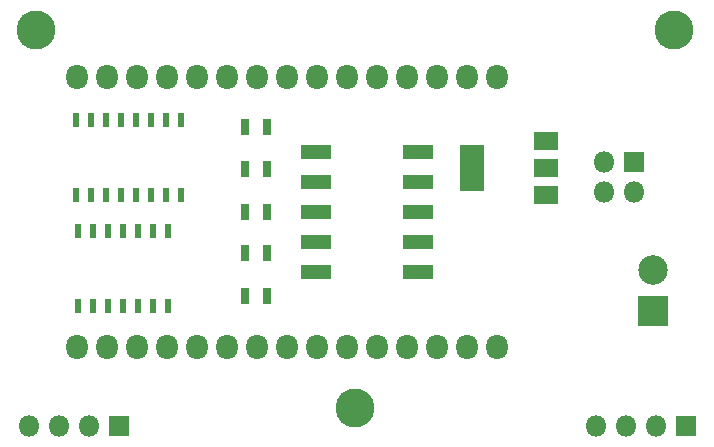
<source format=gts>
G04 #@! TF.FileFunction,Soldermask,Top*
%FSLAX46Y46*%
G04 Gerber Fmt 4.6, Leading zero omitted, Abs format (unit mm)*
G04 Created by KiCad (PCBNEW 4.0.6) date Thu Jun 20 17:07:18 2019*
%MOMM*%
%LPD*%
G01*
G04 APERTURE LIST*
%ADD10C,0.100000*%
%ADD11C,3.301600*%
%ADD12O,1.828800X2.133600*%
%ADD13C,2.501600*%
%ADD14R,2.501600X2.501600*%
%ADD15R,1.801600X1.801600*%
%ADD16O,1.801600X1.801600*%
%ADD17R,0.801600X1.401600*%
%ADD18R,2.541600X1.221600*%
%ADD19R,2.101600X3.901600*%
%ADD20R,2.101600X1.601600*%
%ADD21R,0.609600X1.244600*%
G04 APERTURE END LIST*
D10*
D11*
X130000000Y-90000000D03*
D12*
X142000000Y-62000000D03*
X139460000Y-62000000D03*
X136920000Y-62000000D03*
X134380000Y-62000000D03*
X131840000Y-62000000D03*
X129300000Y-62000000D03*
X126760000Y-62000000D03*
X124220000Y-62000000D03*
X121680000Y-62000000D03*
X119140000Y-62000000D03*
X116600000Y-62000000D03*
X114060000Y-62000000D03*
X111520000Y-62000000D03*
X108980000Y-62000000D03*
X106440000Y-62000000D03*
X142000000Y-84860000D03*
X111520000Y-84860000D03*
X108980000Y-84860000D03*
X114060000Y-84860000D03*
X129300000Y-84860000D03*
X131840000Y-84860000D03*
X126760000Y-84860000D03*
X106440000Y-84860000D03*
X121680000Y-84860000D03*
X124220000Y-84860000D03*
X119140000Y-84860000D03*
X116600000Y-84860000D03*
X136920000Y-84860000D03*
X134380000Y-84860000D03*
X139460000Y-84860000D03*
D11*
X157000000Y-58000000D03*
D13*
X155200000Y-78300000D03*
D14*
X155200000Y-81800000D03*
D15*
X153600000Y-69200000D03*
D16*
X153600000Y-71740000D03*
X151060000Y-69200000D03*
X151060000Y-71740000D03*
D15*
X110000000Y-91500000D03*
D16*
X107460000Y-91500000D03*
X104920000Y-91500000D03*
X102380000Y-91500000D03*
D15*
X158000000Y-91500000D03*
D16*
X155460000Y-91500000D03*
X152920000Y-91500000D03*
X150380000Y-91500000D03*
D17*
X122550000Y-66200000D03*
X120650000Y-66200000D03*
X122550000Y-69800000D03*
X120650000Y-69800000D03*
X122550000Y-73400000D03*
X120650000Y-73400000D03*
X122550000Y-76900000D03*
X120650000Y-76900000D03*
X122550000Y-80500000D03*
X120650000Y-80500000D03*
D18*
X126695000Y-68320000D03*
X135305000Y-78480000D03*
X126695000Y-70860000D03*
X135305000Y-75940000D03*
X126695000Y-73400000D03*
X135305000Y-73400000D03*
X126695000Y-75940000D03*
X135305000Y-70860000D03*
X126695000Y-78480000D03*
X135305000Y-68320000D03*
D19*
X139850000Y-69700000D03*
D20*
X146150000Y-69700000D03*
X146150000Y-67400000D03*
X146150000Y-72000000D03*
D21*
X106490000Y-81402000D03*
X107760000Y-81402000D03*
X109030000Y-81402000D03*
X110300000Y-81402000D03*
X111570000Y-81402000D03*
X112840000Y-81402000D03*
X114110000Y-81402000D03*
X114110000Y-75052000D03*
X112840000Y-75052000D03*
X110300000Y-75052000D03*
X109030000Y-75052000D03*
X107760000Y-75052000D03*
X106490000Y-75052000D03*
X111570000Y-75052000D03*
X106355000Y-65625000D03*
X108895000Y-65625000D03*
X110165000Y-65625000D03*
X111435000Y-65625000D03*
X112705000Y-65625000D03*
X113975000Y-65625000D03*
X115245000Y-65625000D03*
X115245000Y-71975000D03*
X113975000Y-71975000D03*
X112705000Y-71975000D03*
X111435000Y-71975000D03*
X110165000Y-71975000D03*
X108895000Y-71975000D03*
X107625000Y-71975000D03*
X106355000Y-71975000D03*
X107625000Y-65625000D03*
D11*
X103000000Y-58000000D03*
M02*

</source>
